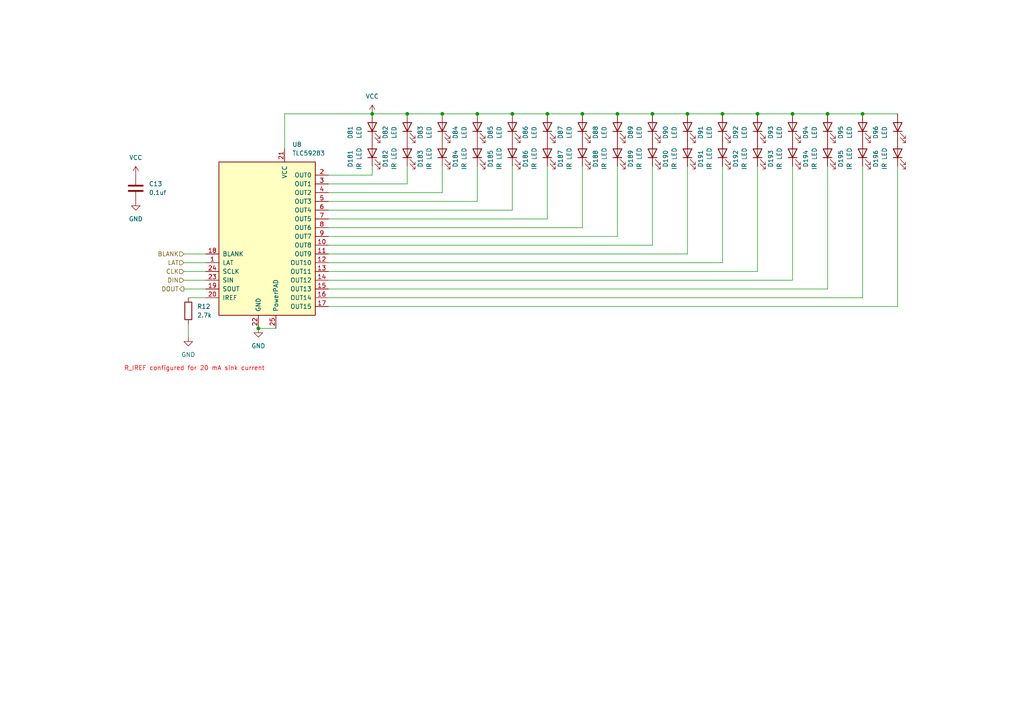
<source format=kicad_sch>
(kicad_sch (version 20231120) (generator "eeschema") (generator_version "8.0")
  (paper "A4")
  (lib_symbols
    (symbol "Device:C" (pin_numbers hide) (pin_names (offset 0.254))
      (property "Reference" "C" (at 0.635 2.54 0))
      (property "Value" "C" (at 0.635 -2.54 0))
      (symbol "C_0_1"
        (polyline (pts (xy -2.032 -0.762) (xy 2.032 -0.762)) (stroke (width 0.508)))
        (polyline (pts (xy -2.032 0.762) (xy 2.032 0.762)) (stroke (width 0.508)))
      )
      (symbol "C_1_1"
        (pin passive line (at 0 3.81 270) (length 2.794) (name "~") (number "1"))
        (pin passive line (at 0 -3.81 90) (length 2.794) (name "~") (number "2"))
      )
    )
    (symbol "Device:LED" (pin_numbers hide) (pin_names (offset 1.016) hide)
      (property "Reference" "D" (at 0 2.54 0))
      (property "Value" "LED" (at 0 -2.54 0))
      (symbol "LED_0_1"
        (polyline (pts (xy -1.27 -1.27) (xy -1.27 1.27)) (stroke (width 0.254)))
        (polyline (pts (xy -1.27 0) (xy 1.27 0)))
        (polyline (pts (xy 1.27 -1.27) (xy 1.27 1.27) (xy -1.27 0) (xy 1.27 -1.27)) (stroke (width 0.254)))
        (polyline (pts (xy -3.048 -0.762) (xy -4.572 -2.286) (xy -3.81 -2.286) (xy -4.572 -2.286) (xy -4.572 -1.524)))
        (polyline (pts (xy -1.778 -0.762) (xy -3.302 -2.286) (xy -2.54 -2.286) (xy -3.302 -2.286) (xy -3.302 -1.524)))
      )
      (symbol "LED_1_1"
        (pin passive line (at -3.81 0 0) (length 2.54) (name "K") (number "1"))
        (pin passive line (at 3.81 0 180) (length 2.54) (name "A") (number "2"))
      )
    )
    (symbol "Device:R" (pin_numbers hide) (pin_names (offset 0))
      (property "Reference" "R" (at 2.032 0 90))
      (property "Value" "R" (at 0 0 90))
      (symbol "R_0_1"
        (rectangle (start -1.016 -2.54) (end 1.016 2.54) (stroke (width 0.254)))
      )
      (symbol "R_1_1"
        (pin passive line (at 0 3.81 270) (length 1.27) (name "~") (number "1"))
        (pin passive line (at 0 -3.81 90) (length 1.27) (name "~") (number "2"))
      )
    )
    (symbol "custom_symbols:TLC59283" (pin_names (offset 1.016))
      (property "Reference" "U" (at -13.97 38.1 0))
      (property "Value" "TLC59283" (at -13.97 35.56 0))
      (symbol "TLC59283_0_1"
        (rectangle (start -13.97 34.29) (end 13.97 -10.16) (stroke (width 0.254)) (fill (type background)))
        (pin input line (at -17.78 5.08 0) (length 3.81) (name "LAT") (number "1"))
        (pin output line (at 17.78 10.16 180) (length 3.81) (name "OUT8") (number "10"))
        (pin output line (at 17.78 7.62 180) (length 3.81) (name "OUT9") (number "11"))
        (pin output line (at 17.78 5.08 180) (length 3.81) (name "OUT10") (number "12"))
        (pin output line (at 17.78 2.54 180) (length 3.81) (name "OUT11") (number "13"))
        (pin output line (at 17.78 0 180) (length 3.81) (name "OUT12") (number "14"))
        (pin output line (at 17.78 -2.54 180) (length 3.81) (name "OUT13") (number "15"))
        (pin output line (at 17.78 -5.08 180) (length 3.81) (name "OUT14") (number "16"))
        (pin input line (at -17.78 7.62 0) (length 3.81) (name "BLANK") (number "18"))
        (pin output line (at 17.78 30.48 180) (length 3.81) (name "OUT0") (number "2"))
        (pin input line (at -17.78 -5.08 0) (length 3.81) (name "IREF") (number "20"))
        (pin power_in line (at 5.08 38.1 270) (length 3.81) (name "VCC") (number "21"))
        (pin input line (at -17.78 2.54 0) (length 3.81) (name "SCLK") (number "24"))
        (pin output line (at 17.78 27.94 180) (length 3.81) (name "OUT1") (number "3"))
        (pin output line (at 17.78 25.4 180) (length 3.81) (name "OUT2") (number "4"))
        (pin output line (at 17.78 22.86 180) (length 3.81) (name "OUT3") (number "5"))
        (pin output line (at 17.78 20.32 180) (length 3.81) (name "OUT4") (number "6"))
        (pin output line (at 17.78 17.78 180) (length 3.81) (name "OUT5") (number "7"))
        (pin output line (at 17.78 15.24 180) (length 3.81) (name "OUT6") (number "8"))
        (pin output line (at 17.78 12.7 180) (length 3.81) (name "OUT7") (number "9"))
      )
      (symbol "TLC59283_1_1"
        (pin output line (at 17.78 -7.62 180) (length 3.81) (name "OUT15") (number "17"))
        (pin output line (at -17.78 -2.54 0) (length 3.81) (name "SOUT") (number "19"))
        (pin power_in line (at -2.54 -13.97 90) (length 3.81) (name "GND") (number "22"))
        (pin input line (at -17.78 0 0) (length 3.81) (name "SIN") (number "23"))
        (pin power_in line (at 2.54 -13.97 90) (length 3.81) (name "PowerPAD") (number "25"))
      )
    )
    (symbol "power:+5V" (power) (pin_numbers hide) (pin_names (offset 0) hide)
      (property "Value" "+5V" (at 0 3.556 0))
      (symbol "+5V_0_1"
        (polyline (pts (xy -0.762 1.27) (xy 0 2.54)))
        (polyline (pts (xy 0 0) (xy 0 2.54)))
        (polyline (pts (xy 0 2.54) (xy 0.762 1.27)))
      )
      (symbol "+5V_1_1"
        (pin power_in line (at 0 0 90) (length 0) (name "~") (number "1"))
      )
    )
    (symbol "power:+BATT" (power) (pin_numbers hide) (pin_names (offset 0) hide)
      (property "Value" "+BATT" (at 0 3.556 0))
      (symbol "+BATT_0_1"
        (polyline (pts (xy -0.762 1.27) (xy 0 2.54)))
        (polyline (pts (xy 0 0) (xy 0 2.54)))
        (polyline (pts (xy 0 2.54) (xy 0.762 1.27)))
      )
      (symbol "+BATT_1_1"
        (pin power_in line (at 0 0 90) (length 0) (name "~") (number "1"))
      )
    )
    (symbol "power:GND" (power) (pin_numbers hide) (pin_names (offset 0) hide)
      (property "Value" "GND" (at 0 -3.81 0))
      (symbol "GND_0_1"
        (polyline (pts (xy 0 0) (xy 0 -1.27) (xy 1.27 -1.27) (xy 0 -2.54) (xy -1.27 -1.27) (xy 0 -1.27)))
      )
      (symbol "GND_1_1"
        (pin power_in line (at 0 0 270) (length 0) (name "~") (number "1"))
      )
    )
  )
  (junction (at 168.91 33.02))
  (junction (at 240.03 33.02))
  (junction (at 118.11 33.02))
  (junction (at 189.23 33.02))
  (junction (at 179.07 33.02))
  (junction (at 128.27 33.02))
  (junction (at 107.95 33.02))
  (junction (at 250.19 33.02))
  (junction (at 148.59 33.02))
  (junction (at 209.55 33.02))
  (junction (at 199.39 33.02))
  (junction (at 158.75 33.02))
  (junction (at 138.43 33.02))
  (junction (at 74.93 95.25))
  (junction (at 229.87 33.02))
  (junction (at 219.71 33.02))
  (wire (pts (xy 199.39 73.66) (xy 199.39 48.26)))
  (wire (pts (xy 128.27 55.88) (xy 95.25 55.88)))
  (wire (pts (xy 189.23 71.12) (xy 189.23 48.26)))
  (wire (pts (xy 199.39 33.02) (xy 209.55 33.02)))
  (wire (pts (xy 128.27 48.26) (xy 128.27 55.88)))
  (wire (pts (xy 179.07 48.26) (xy 179.07 68.58)))
  (wire (pts (xy 138.43 48.26) (xy 138.43 58.42)))
  (wire (pts (xy 74.93 95.25) (xy 80.01 95.25)))
  (wire (pts (xy 219.71 48.26) (xy 219.71 78.74)))
  (wire (pts (xy 229.87 81.28) (xy 229.87 48.26)))
  (wire (pts (xy 250.19 86.36) (xy 250.19 48.26)))
  (wire (pts (xy 107.95 50.8) (xy 95.25 50.8)))
  (wire (pts (xy 260.35 48.26) (xy 260.35 88.9)))
  (wire (pts (xy 158.75 48.26) (xy 158.75 63.5)))
  (wire (pts (xy 240.03 48.26) (xy 240.03 83.82)))
  (wire (pts (xy 107.95 33.02) (xy 118.11 33.02)))
  (wire (pts (xy 95.25 76.2) (xy 209.55 76.2)))
  (wire (pts (xy 168.91 48.26) (xy 168.91 66.04)))
  (wire (pts (xy 118.11 53.34) (xy 95.25 53.34)))
  (wire (pts (xy 158.75 33.02) (xy 168.91 33.02)))
  (wire (pts (xy 118.11 48.26) (xy 118.11 53.34)))
  (wire (pts (xy 95.25 86.36) (xy 250.19 86.36)))
  (wire (pts (xy 250.19 33.02) (xy 260.35 33.02)))
  (wire (pts (xy 179.07 68.58) (xy 95.25 68.58)))
  (wire (pts (xy 158.75 63.5) (xy 95.25 63.5)))
  (wire (pts (xy 148.59 33.02) (xy 158.75 33.02)))
  (wire (pts (xy 95.25 71.12) (xy 189.23 71.12)))
  (wire (pts (xy 168.91 33.02) (xy 179.07 33.02)))
  (wire (pts (xy 53.34 73.66) (xy 59.69 73.66)))
  (wire (pts (xy 53.34 81.28) (xy 59.69 81.28)))
  (wire (pts (xy 107.95 48.26) (xy 107.95 50.8)))
  (wire (pts (xy 138.43 33.02) (xy 148.59 33.02)))
  (wire (pts (xy 138.43 58.42) (xy 95.25 58.42)))
  (wire (pts (xy 219.71 33.02) (xy 229.87 33.02)))
  (wire (pts (xy 53.34 78.74) (xy 59.69 78.74)))
  (wire (pts (xy 118.11 33.02) (xy 128.27 33.02)))
  (wire (pts (xy 95.25 81.28) (xy 229.87 81.28)))
  (wire (pts (xy 229.87 33.02) (xy 240.03 33.02)))
  (wire (pts (xy 240.03 83.82) (xy 95.25 83.82)))
  (wire (pts (xy 54.61 93.98) (xy 54.61 97.79)))
  (wire (pts (xy 148.59 48.26) (xy 148.59 60.96)))
  (wire (pts (xy 59.69 86.36) (xy 54.61 86.36)))
  (wire (pts (xy 53.34 83.82) (xy 59.69 83.82)))
  (wire (pts (xy 82.55 43.18) (xy 82.55 33.02)))
  (wire (pts (xy 53.34 76.2) (xy 59.69 76.2)))
  (wire (pts (xy 189.23 33.02) (xy 199.39 33.02)))
  (wire (pts (xy 82.55 33.02) (xy 107.95 33.02)))
  (wire (pts (xy 209.55 33.02) (xy 219.71 33.02)))
  (wire (pts (xy 240.03 33.02) (xy 250.19 33.02)))
  (wire (pts (xy 219.71 78.74) (xy 95.25 78.74)))
  (wire (pts (xy 148.59 60.96) (xy 95.25 60.96)))
  (wire (pts (xy 128.27 33.02) (xy 138.43 33.02)))
  (wire (pts (xy 209.55 76.2) (xy 209.55 48.26)))
  (wire (pts (xy 179.07 33.02) (xy 189.23 33.02)))
  (wire (pts (xy 95.25 73.66) (xy 199.39 73.66)))
  (wire (pts (xy 168.91 66.04) (xy 95.25 66.04)))
  (wire (pts (xy 260.35 88.9) (xy 95.25 88.9)))
  (text "R_IREF configured for 20 mA sink current" (at 56.388 106.934 0) (effects (font (size 1.27 1.27))))
  (hierarchical_label "LAT" (shape input) (at 53.34 76.2 180))
  (hierarchical_label "CLK" (shape input) (at 53.34 78.74 180))
  (hierarchical_label "DOUT" (shape output) (at 53.34 83.82 180))
  (hierarchical_label "BLANK" (shape input) (at 53.34 73.66 180))
  (hierarchical_label "DIN" (shape input) (at 53.34 81.28 180))
  (symbol (lib_id "Device:LED") (at 219.71 44.45 90) (unit 1)
    (property "Reference" "D192" (at 213.36 46.0375 0))
    (property "Value" "IR LED" (at 215.9 46.0375 0))
    (property "Footprint" "custom_footprints:XYC-HIR76C-LX4" (effects (hide yes)))
    (property "Description" "Light emitting diode" (effects (hide yes)))
    (instances (project "RocSync_testing" (path "" (reference "D192") (unit 1)) (path "" (reference "D228") (unit 1)) (path "" (reference "D160") (unit 1)) (path "" (reference "D176") (unit 1)) (path "" (reference "D112") (unit 1)) (path "" (reference "D144") (unit 1)) (path "" (reference "D128") (unit 1))))
  )
  (symbol (lib_id "Device:LED") (at 209.55 44.45 90) (unit 1)
    (property "Reference" "D191" (at 203.2 46.0375 0))
    (property "Value" "IR LED" (at 205.74 46.0375 0))
    (property "Footprint" "custom_footprints:XYC-HIR76C-LX4" (effects (hide yes)))
    (property "Description" "Light emitting diode" (effects (hide yes)))
    (instances (project "RocSync_testing" (path "" (reference "D191") (unit 1)) (path "" (reference "D227") (unit 1)) (path "" (reference "D159") (unit 1)) (path "" (reference "D175") (unit 1)) (path "" (reference "D111") (unit 1)) (path "" (reference "D143") (unit 1)) (path "" (reference "D127") (unit 1))))
  )
  (symbol (lib_id "custom_symbols:TLC59283") (at 77.47 81.28 0) (unit 1)
    (property "Reference" "U8" (at 84.7441 41.91 0) (effects (justify left)))
    (property "Value" "TLC59283" (at 84.7441 44.45 0) (effects (justify left)))
    (property "Footprint" "Package_DFN_QFN:Texas_RGE0024C_VQFN-24-1EP_4x4mm_P0.5mm_EP2.1x2.1mm_ThermalVias" (effects (hide yes)))
    (property "Description" "16-Channel, Constant-Current LED Driver with Pre-Charge FET" (effects (hide yes)))
    (instances (project "RocSync_testing" (path "" (reference "U8") (unit 1)) (path "" (reference "U10") (unit 1)) (path "" (reference "U6") (unit 1)) (path "" (reference "U7") (unit 1)) (path "" (reference "U3") (unit 1)) (path "" (reference "U5") (unit 1)) (path "" (reference "U4") (unit 1))))
  )
  (symbol (lib_id "Device:LED") (at 138.43 44.45 90) (unit 1)
    (property "Reference" "D184" (at 132.08 46.0375 0))
    (property "Value" "IR LED" (at 134.62 46.0375 0))
    (property "Footprint" "custom_footprints:XYC-HIR76C-LX4" (effects (hide yes)))
    (property "Description" "Light emitting diode" (effects (hide yes)))
    (instances (project "RocSync_testing" (path "" (reference "D184") (unit 1)) (path "" (reference "D220") (unit 1)) (path "" (reference "D152") (unit 1)) (path "" (reference "D168") (unit 1)) (path "" (reference "D104") (unit 1)) (path "" (reference "D136") (unit 1)) (path "" (reference "D120") (unit 1))))
  )
  (symbol (lib_id "Device:LED") (at 189.23 36.83 90) (unit 1)
    (property "Reference" "D89" (at 182.88 38.4175 0))
    (property "Value" "LED" (at 185.42 38.4175 0))
    (property "Footprint" "custom_footprints:HL-A-3528" (effects (hide yes)))
    (property "Description" "Light emitting diode" (effects (hide yes)))
    (instances (project "RocSync_testing" (path "" (reference "D89") (unit 1)) (path "" (reference "D209") (unit 1)) (path "" (reference "D57") (unit 1)) (path "" (reference "D73") (unit 1)) (path "" (reference "D9") (unit 1)) (path "" (reference "D41") (unit 1)) (path "" (reference "D25") (unit 1))))
  )
  (symbol (lib_id "power:+BATT") (at 39.37 50.8 0) (unit 1)
    (property "Reference" "#PWR053" (effects (hide yes)))
    (property "Value" "VCC" (at 39.37 45.72 0))
    (property "Description" "Power symbol creates a global label with name \"+BATT\"" (effects (hide yes)))
    (instances (project "RocSync_testing" (path "" (reference "#PWR053") (unit 1)) (path "" (reference "#PWR061") (unit 1)) (path "" (reference "#PWR045") (unit 1)) (path "" (reference "#PWR049") (unit 1)) (path "" (reference "#PWR032") (unit 1)) (path "" (reference "#PWR041") (unit 1)) (path "" (reference "#PWR036") (unit 1))))
  )
  (symbol (lib_id "power:GND") (at 54.61 97.79 0) (unit 1)
    (property "Reference" "#PWR055" (effects (hide yes)))
    (property "Value" "GND" (at 54.61 102.87 0))
    (property "Description" "Power symbol creates a global label with name \"GND\" , ground" (effects (hide yes)))
    (instances (project "RocSync_testing" (path "" (reference "#PWR055") (unit 1)) (path "" (reference "#PWR063") (unit 1)) (path "" (reference "#PWR047") (unit 1)) (path "" (reference "#PWR051") (unit 1)) (path "" (reference "#PWR034") (unit 1)) (path "" (reference "#PWR043") (unit 1)) (path "" (reference "#PWR039") (unit 1))))
  )
  (symbol (lib_id "Device:C") (at 39.37 54.61 180) (unit 1)
    (property "Reference" "C13" (at 43.18 53.3399 0) (effects (justify right)))
    (property "Value" "0.1uf" (at 43.18 55.8799 0) (effects (justify right)))
    (property "Footprint" "Capacitor_SMD:C_0402_1005Metric" (effects (hide yes)))
    (property "Description" "Unpolarized capacitor" (effects (hide yes)))
    (instances (project "RocSync_testing" (path "" (reference "C13") (unit 1)) (path "" (reference "C15") (unit 1)) (path "" (reference "C11") (unit 1)) (path "" (reference "C12") (unit 1)) (path "" (reference "C8") (unit 1)) (path "" (reference "C10") (unit 1)) (path "" (reference "C9") (unit 1))))
  )
  (symbol (lib_id "Device:R") (at 54.61 90.17 180) (unit 1)
    (property "Reference" "R12" (at 57.15 88.8999 0) (effects (justify right)))
    (property "Value" "2.7k" (at 57.15 91.4399 0) (effects (justify right)))
    (property "Footprint" "Resistor_SMD:R_0603_1608Metric" (effects (hide yes)))
    (property "Description" "Resistor" (effects (hide yes)))
    (instances (project "RocSync_testing" (path "" (reference "R12") (unit 1)) (path "" (reference "R14") (unit 1)) (path "" (reference "R10") (unit 1)) (path "" (reference "R11") (unit 1)) (path "" (reference "R7") (unit 1)) (path "" (reference "R9") (unit 1)) (path "" (reference "R8") (unit 1))))
  )
  (symbol (lib_id "Device:LED") (at 128.27 36.83 90) (unit 1)
    (property "Reference" "D83" (at 121.92 38.4175 0))
    (property "Value" "LED" (at 124.46 38.4175 0))
    (property "Footprint" "custom_footprints:HL-A-3528" (effects (hide yes)))
    (property "Description" "Light emitting diode" (effects (hide yes)))
    (instances (project "RocSync_testing" (path "" (reference "D83") (unit 1)) (path "" (reference "D203") (unit 1)) (path "" (reference "D51") (unit 1)) (path "" (reference "D67") (unit 1)) (path "" (reference "D3") (unit 1)) (path "" (reference "D35") (unit 1)) (path "" (reference "D19") (unit 1))))
  )
  (symbol (lib_id "Device:LED") (at 138.43 36.83 90) (unit 1)
    (property "Reference" "D84" (at 132.08 38.4175 0))
    (property "Value" "LED" (at 134.62 38.4175 0))
    (property "Footprint" "custom_footprints:HL-A-3528" (effects (hide yes)))
    (property "Description" "Light emitting diode" (effects (hide yes)))
    (instances (project "RocSync_testing" (path "" (reference "D84") (unit 1)) (path "" (reference "D204") (unit 1)) (path "" (reference "D52") (unit 1)) (path "" (reference "D68") (unit 1)) (path "" (reference "D4") (unit 1)) (path "" (reference "D36") (unit 1)) (path "" (reference "D20") (unit 1))))
  )
  (symbol (lib_id "Device:LED") (at 229.87 36.83 90) (unit 1)
    (property "Reference" "D93" (at 223.52 38.4175 0))
    (property "Value" "LED" (at 226.06 38.4175 0))
    (property "Footprint" "custom_footprints:HL-A-3528" (effects (hide yes)))
    (property "Description" "Light emitting diode" (effects (hide yes)))
    (instances (project "RocSync_testing" (path "" (reference "D93") (unit 1)) (path "" (reference "D213") (unit 1)) (path "" (reference "D61") (unit 1)) (path "" (reference "D77") (unit 1)) (path "" (reference "D13") (unit 1)) (path "" (reference "D45") (unit 1)) (path "" (reference "D29") (unit 1))))
  )
  (symbol (lib_id "Device:LED") (at 148.59 44.45 90) (unit 1)
    (property "Reference" "D185" (at 142.24 46.0375 0))
    (property "Value" "IR LED" (at 144.78 46.0375 0))
    (property "Footprint" "custom_footprints:XYC-HIR76C-LX4" (effects (hide yes)))
    (property "Description" "Light emitting diode" (effects (hide yes)))
    (instances (project "RocSync_testing" (path "" (reference "D185") (unit 1)) (path "" (reference "D221") (unit 1)) (path "" (reference "D153") (unit 1)) (path "" (reference "D169") (unit 1)) (path "" (reference "D105") (unit 1)) (path "" (reference "D137") (unit 1)) (path "" (reference "D121") (unit 1))))
  )
  (symbol (lib_id "Device:LED") (at 260.35 44.45 90) (unit 1)
    (property "Reference" "D196" (at 254 46.0375 0))
    (property "Value" "IR LED" (at 256.54 46.0375 0))
    (property "Footprint" "custom_footprints:XYC-HIR76C-LX4" (effects (hide yes)))
    (property "Description" "Light emitting diode" (effects (hide yes)))
    (instances (project "RocSync_testing" (path "" (reference "D196") (unit 1)) (path "" (reference "D232") (unit 1)) (path "" (reference "D164") (unit 1)) (path "" (reference "D180") (unit 1)) (path "" (reference "D116") (unit 1)) (path "" (reference "D148") (unit 1)) (path "" (reference "D132") (unit 1))))
  )
  (symbol (lib_id "Device:LED") (at 250.19 36.83 90) (unit 1)
    (property "Reference" "D95" (at 243.84 38.4175 0))
    (property "Value" "LED" (at 246.38 38.4175 0))
    (property "Footprint" "custom_footprints:HL-A-3528" (effects (hide yes)))
    (property "Description" "Light emitting diode" (effects (hide yes)))
    (instances (project "RocSync_testing" (path "" (reference "D95") (unit 1)) (path "" (reference "D215") (unit 1)) (path "" (reference "D63") (unit 1)) (path "" (reference "D79") (unit 1)) (path "" (reference "D15") (unit 1)) (path "" (reference "D47") (unit 1)) (path "" (reference "D31") (unit 1))))
  )
  (symbol (lib_id "Device:LED") (at 168.91 36.83 90) (unit 1)
    (property "Reference" "D87" (at 162.56 38.4175 0))
    (property "Value" "LED" (at 165.1 38.4175 0))
    (property "Footprint" "custom_footprints:HL-A-3528" (effects (hide yes)))
    (property "Description" "Light emitting diode" (effects (hide yes)))
    (instances (project "RocSync_testing" (path "" (reference "D87") (unit 1)) (path "" (reference "D207") (unit 1)) (path "" (reference "D55") (unit 1)) (path "" (reference "D71") (unit 1)) (path "" (reference "D7") (unit 1)) (path "" (reference "D39") (unit 1)) (path "" (reference "D23") (unit 1))))
  )
  (symbol (lib_id "power:+5V") (at 107.95 33.02 0) (unit 1)
    (property "Reference" "#PWR027" (effects (hide yes)))
    (property "Value" "VCC" (at 107.95 27.94 0))
    (property "Description" "Power symbol creates a global label with name \"+5V\"" (effects (hide yes)))
    (instances (project "RocSync_testing" (path "" (reference "#PWR027") (unit 1)) (path "" (reference "#PWR038") (unit 1)) (path "" (reference "#PWR017") (unit 1)) (path "" (reference "#PWR022") (unit 1)) (path "" (reference "#PWR07") (unit 1)) (path "" (reference "#PWR012") (unit 1)) (path "" (reference "#PWR01") (unit 1))))
  )
  (symbol (lib_id "power:GND") (at 39.37 58.42 0) (unit 1)
    (property "Reference" "#PWR054" (effects (hide yes)))
    (property "Value" "GND" (at 39.37 63.5 0))
    (property "Description" "Power symbol creates a global label with name \"GND\" , ground" (effects (hide yes)))
    (instances (project "RocSync_testing" (path "" (reference "#PWR054") (unit 1)) (path "" (reference "#PWR062") (unit 1)) (path "" (reference "#PWR046") (unit 1)) (path "" (reference "#PWR050") (unit 1)) (path "" (reference "#PWR033") (unit 1)) (path "" (reference "#PWR042") (unit 1)) (path "" (reference "#PWR037") (unit 1))))
  )
  (symbol (lib_id "Device:LED") (at 250.19 44.45 90) (unit 1)
    (property "Reference" "D195" (at 243.84 46.0375 0))
    (property "Value" "IR LED" (at 246.38 46.0375 0))
    (property "Footprint" "custom_footprints:XYC-HIR76C-LX4" (effects (hide yes)))
    (property "Description" "Light emitting diode" (effects (hide yes)))
    (instances (project "RocSync_testing" (path "" (reference "D195") (unit 1)) (path "" (reference "D231") (unit 1)) (path "" (reference "D163") (unit 1)) (path "" (reference "D179") (unit 1)) (path "" (reference "D115") (unit 1)) (path "" (reference "D147") (unit 1)) (path "" (reference "D131") (unit 1))))
  )
  (symbol (lib_id "Device:LED") (at 240.03 44.45 90) (unit 1)
    (property "Reference" "D194" (at 233.68 46.0375 0))
    (property "Value" "IR LED" (at 236.22 46.0375 0))
    (property "Footprint" "custom_footprints:XYC-HIR76C-LX4" (effects (hide yes)))
    (property "Description" "Light emitting diode" (effects (hide yes)))
    (instances (project "RocSync_testing" (path "" (reference "D194") (unit 1)) (path "" (reference "D230") (unit 1)) (path "" (reference "D162") (unit 1)) (path "" (reference "D178") (unit 1)) (path "" (reference "D114") (unit 1)) (path "" (reference "D146") (unit 1)) (path "" (reference "D130") (unit 1))))
  )
  (symbol (lib_id "Device:LED") (at 179.07 36.83 90) (unit 1)
    (property "Reference" "D88" (at 172.72 38.4175 0))
    (property "Value" "LED" (at 175.26 38.4175 0))
    (property "Footprint" "custom_footprints:HL-A-3528" (effects (hide yes)))
    (property "Description" "Light emitting diode" (effects (hide yes)))
    (instances (project "RocSync_testing" (path "" (reference "D88") (unit 1)) (path "" (reference "D208") (unit 1)) (path "" (reference "D56") (unit 1)) (path "" (reference "D72") (unit 1)) (path "" (reference "D8") (unit 1)) (path "" (reference "D40") (unit 1)) (path "" (reference "D24") (unit 1))))
  )
  (symbol (lib_id "Device:LED") (at 148.59 36.83 90) (unit 1)
    (property "Reference" "D85" (at 142.24 38.4175 0))
    (property "Value" "LED" (at 144.78 38.4175 0))
    (property "Footprint" "custom_footprints:HL-A-3528" (effects (hide yes)))
    (property "Description" "Light emitting diode" (effects (hide yes)))
    (instances (project "RocSync_testing" (path "" (reference "D85") (unit 1)) (path "" (reference "D205") (unit 1)) (path "" (reference "D53") (unit 1)) (path "" (reference "D69") (unit 1)) (path "" (reference "D5") (unit 1)) (path "" (reference "D37") (unit 1)) (path "" (reference "D21") (unit 1))))
  )
  (symbol (lib_id "Device:LED") (at 128.27 44.45 90) (unit 1)
    (property "Reference" "D183" (at 121.92 46.0375 0))
    (property "Value" "IR LED" (at 124.46 46.0375 0))
    (property "Footprint" "custom_footprints:XYC-HIR76C-LX4" (effects (hide yes)))
    (property "Description" "Light emitting diode" (effects (hide yes)))
    (instances (project "RocSync_testing" (path "" (reference "D183") (unit 1)) (path "" (reference "D219") (unit 1)) (path "" (reference "D151") (unit 1)) (path "" (reference "D167") (unit 1)) (path "" (reference "D103") (unit 1)) (path "" (reference "D135") (unit 1)) (path "" (reference "D119") (unit 1))))
  )
  (symbol (lib_id "Device:LED") (at 168.91 44.45 90) (unit 1)
    (property "Reference" "D187" (at 162.56 46.0375 0))
    (property "Value" "IR LED" (at 165.1 46.0375 0))
    (property "Footprint" "custom_footprints:XYC-HIR76C-LX4" (effects (hide yes)))
    (property "Description" "Light emitting diode" (effects (hide yes)))
    (instances (project "RocSync_testing" (path "" (reference "D187") (unit 1)) (path "" (reference "D223") (unit 1)) (path "" (reference "D155") (unit 1)) (path "" (reference "D171") (unit 1)) (path "" (reference "D107") (unit 1)) (path "" (reference "D139") (unit 1)) (path "" (reference "D123") (unit 1))))
  )
  (symbol (lib_id "Device:LED") (at 199.39 36.83 90) (unit 1)
    (property "Reference" "D90" (at 193.04 38.4175 0))
    (property "Value" "LED" (at 195.58 38.4175 0))
    (property "Footprint" "custom_footprints:HL-A-3528" (effects (hide yes)))
    (property "Description" "Light emitting diode" (effects (hide yes)))
    (instances (project "RocSync_testing" (path "" (reference "D90") (unit 1)) (path "" (reference "D210") (unit 1)) (path "" (reference "D58") (unit 1)) (path "" (reference "D74") (unit 1)) (path "" (reference "D10") (unit 1)) (path "" (reference "D42") (unit 1)) (path "" (reference "D26") (unit 1))))
  )
  (symbol (lib_id "Device:LED") (at 240.03 36.83 90) (unit 1)
    (property "Reference" "D94" (at 233.68 38.4175 0))
    (property "Value" "LED" (at 236.22 38.4175 0))
    (property "Footprint" "custom_footprints:HL-A-3528" (effects (hide yes)))
    (property "Description" "Light emitting diode" (effects (hide yes)))
    (instances (project "RocSync_testing" (path "" (reference "D94") (unit 1)) (path "" (reference "D214") (unit 1)) (path "" (reference "D62") (unit 1)) (path "" (reference "D78") (unit 1)) (path "" (reference "D14") (unit 1)) (path "" (reference "D46") (unit 1)) (path "" (reference "D30") (unit 1))))
  )
  (symbol (lib_id "Device:LED") (at 199.39 44.45 90) (unit 1)
    (property "Reference" "D190" (at 193.04 46.0375 0))
    (property "Value" "IR LED" (at 195.58 46.0375 0))
    (property "Footprint" "custom_footprints:XYC-HIR76C-LX4" (effects (hide yes)))
    (property "Description" "Light emitting diode" (effects (hide yes)))
    (instances (project "RocSync_testing" (path "" (reference "D190") (unit 1)) (path "" (reference "D226") (unit 1)) (path "" (reference "D158") (unit 1)) (path "" (reference "D174") (unit 1)) (path "" (reference "D110") (unit 1)) (path "" (reference "D142") (unit 1)) (path "" (reference "D126") (unit 1))))
  )
  (symbol (lib_id "Device:LED") (at 209.55 36.83 90) (unit 1)
    (property "Reference" "D91" (at 203.2 38.4175 0))
    (property "Value" "LED" (at 205.74 38.4175 0))
    (property "Footprint" "custom_footprints:HL-A-3528" (effects (hide yes)))
    (property "Description" "Light emitting diode" (effects (hide yes)))
    (instances (project "RocSync_testing" (path "" (reference "D91") (unit 1)) (path "" (reference "D211") (unit 1)) (path "" (reference "D59") (unit 1)) (path "" (reference "D75") (unit 1)) (path "" (reference "D11") (unit 1)) (path "" (reference "D43") (unit 1)) (path "" (reference "D27") (unit 1))))
  )
  (symbol (lib_id "Device:LED") (at 158.75 44.45 90) (unit 1)
    (property "Reference" "D186" (at 152.4 46.0375 0))
    (property "Value" "IR LED" (at 154.94 46.0375 0))
    (property "Footprint" "custom_footprints:XYC-HIR76C-LX4" (effects (hide yes)))
    (property "Description" "Light emitting diode" (effects (hide yes)))
    (instances (project "RocSync_testing" (path "" (reference "D186") (unit 1)) (path "" (reference "D222") (unit 1)) (path "" (reference "D154") (unit 1)) (path "" (reference "D170") (unit 1)) (path "" (reference "D106") (unit 1)) (path "" (reference "D138") (unit 1)) (path "" (reference "D122") (unit 1))))
  )
  (symbol (lib_id "power:GND") (at 74.93 95.25 0) (unit 1)
    (property "Reference" "#PWR056" (effects (hide yes)))
    (property "Value" "GND" (at 74.93 100.33 0))
    (property "Description" "Power symbol creates a global label with name \"GND\" , ground" (effects (hide yes)))
    (instances (project "RocSync_testing" (path "" (reference "#PWR056") (unit 1)) (path "" (reference "#PWR064") (unit 1)) (path "" (reference "#PWR048") (unit 1)) (path "" (reference "#PWR052") (unit 1)) (path "" (reference "#PWR035") (unit 1)) (path "" (reference "#PWR044") (unit 1)) (path "" (reference "#PWR040") (unit 1))))
  )
  (symbol (lib_id "Device:LED") (at 107.95 44.45 90) (unit 1)
    (property "Reference" "D181" (at 101.6 46.0375 0))
    (property "Value" "IR LED" (at 104.14 46.0375 0))
    (property "Footprint" "custom_footprints:XYC-HIR76C-LX4" (effects (hide yes)))
    (property "Description" "Light emitting diode" (effects (hide yes)))
    (instances (project "RocSync_testing" (path "" (reference "D181") (unit 1)) (path "" (reference "D217") (unit 1)) (path "" (reference "D149") (unit 1)) (path "" (reference "D165") (unit 1)) (path "" (reference "D101") (unit 1)) (path "" (reference "D133") (unit 1)) (path "" (reference "D117") (unit 1))))
  )
  (symbol (lib_id "Device:LED") (at 118.11 36.83 90) (unit 1)
    (property "Reference" "D82" (at 111.76 38.4175 0))
    (property "Value" "LED" (at 114.3 38.4175 0))
    (property "Footprint" "custom_footprints:HL-A-3528" (effects (hide yes)))
    (property "Description" "Light emitting diode" (effects (hide yes)))
    (instances (project "RocSync_testing" (path "" (reference "D82") (unit 1)) (path "" (reference "D202") (unit 1)) (path "" (reference "D50") (unit 1)) (path "" (reference "D66") (unit 1)) (path "" (reference "D2") (unit 1)) (path "" (reference "D34") (unit 1)) (path "" (reference "D18") (unit 1))))
  )
  (symbol (lib_id "Device:LED") (at 179.07 44.45 90) (unit 1)
    (property "Reference" "D188" (at 172.72 46.0375 0))
    (property "Value" "IR LED" (at 175.26 46.0375 0))
    (property "Footprint" "custom_footprints:XYC-HIR76C-LX4" (effects (hide yes)))
    (property "Description" "Light emitting diode" (effects (hide yes)))
    (instances (project "RocSync_testing" (path "" (reference "D188") (unit 1)) (path "" (reference "D224") (unit 1)) (path "" (reference "D156") (unit 1)) (path "" (reference "D172") (unit 1)) (path "" (reference "D108") (unit 1)) (path "" (reference "D140") (unit 1)) (path "" (reference "D124") (unit 1))))
  )
  (symbol (lib_id "Device:LED") (at 118.11 44.45 90) (unit 1)
    (property "Reference" "D182" (at 111.76 46.0375 0))
    (property "Value" "IR LED" (at 114.3 46.0375 0))
    (property "Footprint" "custom_footprints:XYC-HIR76C-LX4" (effects (hide yes)))
    (property "Description" "Light emitting diode" (effects (hide yes)))
    (instances (project "RocSync_testing" (path "" (reference "D182") (unit 1)) (path "" (reference "D218") (unit 1)) (path "" (reference "D150") (unit 1)) (path "" (reference "D166") (unit 1)) (path "" (reference "D102") (unit 1)) (path "" (reference "D134") (unit 1)) (path "" (reference "D118") (unit 1))))
  )
  (symbol (lib_id "Device:LED") (at 219.71 36.83 90) (unit 1)
    (property "Reference" "D92" (at 213.36 38.4175 0))
    (property "Value" "LED" (at 215.9 38.4175 0))
    (property "Footprint" "custom_footprints:HL-A-3528" (effects (hide yes)))
    (property "Description" "Light emitting diode" (effects (hide yes)))
    (instances (project "RocSync_testing" (path "" (reference "D92") (unit 1)) (path "" (reference "D212") (unit 1)) (path "" (reference "D60") (unit 1)) (path "" (reference "D76") (unit 1)) (path "" (reference "D12") (unit 1)) (path "" (reference "D44") (unit 1)) (path "" (reference "D28") (unit 1))))
  )
  (symbol (lib_id "Device:LED") (at 158.75 36.83 90) (unit 1)
    (property "Reference" "D86" (at 152.4 38.4175 0))
    (property "Value" "LED" (at 154.94 38.4175 0))
    (property "Footprint" "custom_footprints:HL-A-3528" (effects (hide yes)))
    (property "Description" "Light emitting diode" (effects (hide yes)))
    (instances (project "RocSync_testing" (path "" (reference "D86") (unit 1)) (path "" (reference "D206") (unit 1)) (path "" (reference "D54") (unit 1)) (path "" (reference "D70") (unit 1)) (path "" (reference "D6") (unit 1)) (path "" (reference "D38") (unit 1)) (path "" (reference "D22") (unit 1))))
  )
  (symbol (lib_id "Device:LED") (at 229.87 44.45 90) (unit 1)
    (property "Reference" "D193" (at 223.52 46.0375 0))
    (property "Value" "IR LED" (at 226.06 46.0375 0))
    (property "Footprint" "custom_footprints:XYC-HIR76C-LX4" (effects (hide yes)))
    (property "Description" "Light emitting diode" (effects (hide yes)))
    (instances (project "RocSync_testing" (path "" (reference "D193") (unit 1)) (path "" (reference "D229") (unit 1)) (path "" (reference "D161") (unit 1)) (path "" (reference "D177") (unit 1)) (path "" (reference "D113") (unit 1)) (path "" (reference "D145") (unit 1)) (path "" (reference "D129") (unit 1))))
  )
  (symbol (lib_id "Device:LED") (at 107.95 36.83 90) (unit 1)
    (property "Reference" "D81" (at 101.6 38.4175 0))
    (property "Value" "LED" (at 104.14 38.4175 0))
    (property "Footprint" "custom_footprints:HL-A-3528" (effects (hide yes)))
    (property "Description" "Light emitting diode" (effects (hide yes)))
    (instances (project "RocSync_testing" (path "" (reference "D81") (unit 1)) (path "" (reference "D201") (unit 1)) (path "" (reference "D49") (unit 1)) (path "" (reference "D65") (unit 1)) (path "" (reference "D1") (unit 1)) (path "" (reference "D33") (unit 1)) (path "" (reference "D17") (unit 1))))
  )
  (symbol (lib_id "Device:LED") (at 260.35 36.83 90) (unit 1)
    (property "Reference" "D96" (at 254 38.4175 0))
    (property "Value" "LED" (at 256.54 38.4175 0))
    (property "Footprint" "custom_footprints:HL-A-3528" (effects (hide yes)))
    (property "Description" "Light emitting diode" (effects (hide yes)))
    (instances (project "RocSync_testing" (path "" (reference "D96") (unit 1)) (path "" (reference "D216") (unit 1)) (path "" (reference "D64") (unit 1)) (path "" (reference "D80") (unit 1)) (path "" (reference "D16") (unit 1)) (path "" (reference "D48") (unit 1)) (path "" (reference "D32") (unit 1))))
  )
  (symbol (lib_id "Device:LED") (at 189.23 44.45 90) (unit 1)
    (property "Reference" "D189" (at 182.88 46.0375 0))
    (property "Value" "IR LED" (at 185.42 46.0375 0))
    (property "Footprint" "custom_footprints:XYC-HIR76C-LX4" (effects (hide yes)))
    (property "Description" "Light emitting diode" (effects (hide yes)))
    (instances (project "RocSync_testing" (path "" (reference "D189") (unit 1)) (path "" (reference "D225") (unit 1)) (path "" (reference "D157") (unit 1)) (path "" (reference "D173") (unit 1)) (path "" (reference "D109") (unit 1)) (path "" (reference "D141") (unit 1)) (path "" (reference "D125") (unit 1))))
  )
)
</source>
